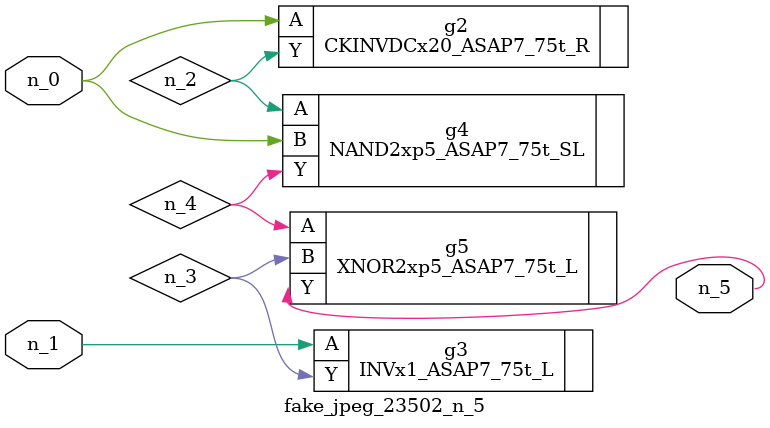
<source format=v>
module fake_jpeg_23502_n_5 (n_0, n_1, n_5);

input n_0;
input n_1;

output n_5;

wire n_3;
wire n_2;
wire n_4;

CKINVDCx20_ASAP7_75t_R g2 ( 
.A(n_0),
.Y(n_2)
);

INVx1_ASAP7_75t_L g3 ( 
.A(n_1),
.Y(n_3)
);

NAND2xp5_ASAP7_75t_SL g4 ( 
.A(n_2),
.B(n_0),
.Y(n_4)
);

XNOR2xp5_ASAP7_75t_L g5 ( 
.A(n_4),
.B(n_3),
.Y(n_5)
);


endmodule
</source>
